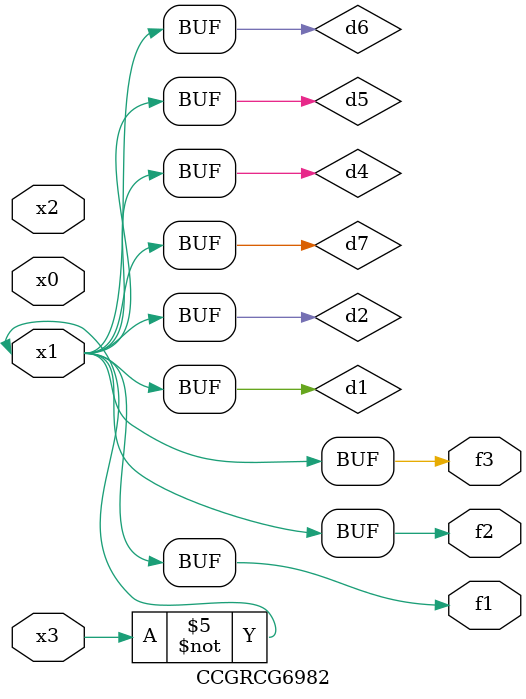
<source format=v>
module CCGRCG6982(
	input x0, x1, x2, x3,
	output f1, f2, f3
);

	wire d1, d2, d3, d4, d5, d6, d7;

	not (d1, x3);
	buf (d2, x1);
	xnor (d3, d1, d2);
	nor (d4, d1);
	buf (d5, d1, d2);
	buf (d6, d4, d5);
	nand (d7, d4);
	assign f1 = d6;
	assign f2 = d7;
	assign f3 = d6;
endmodule

</source>
